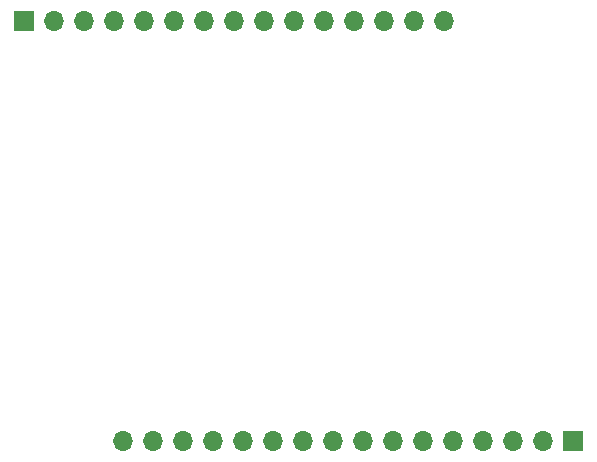
<source format=gbr>
%TF.GenerationSoftware,KiCad,Pcbnew,(6.0.0-0)*%
%TF.CreationDate,2022-08-18T21:47:31-04:00*%
%TF.ProjectId,CPU-Microcode-EEPROMs,4350552d-4d69-4637-926f-636f64652d45,rev?*%
%TF.SameCoordinates,Original*%
%TF.FileFunction,Soldermask,Bot*%
%TF.FilePolarity,Negative*%
%FSLAX46Y46*%
G04 Gerber Fmt 4.6, Leading zero omitted, Abs format (unit mm)*
G04 Created by KiCad (PCBNEW (6.0.0-0)) date 2022-08-18 21:47:31*
%MOMM*%
%LPD*%
G01*
G04 APERTURE LIST*
%ADD10R,1.700000X1.700000*%
%ADD11O,1.700000X1.700000*%
G04 APERTURE END LIST*
D10*
%TO.C,J2*%
X115570000Y-112776000D03*
D11*
X113030000Y-112776000D03*
X110490000Y-112776000D03*
X107950000Y-112776000D03*
X105410000Y-112776000D03*
X102870000Y-112776000D03*
X100330000Y-112776000D03*
X97790000Y-112776000D03*
X95250000Y-112776000D03*
X92710000Y-112776000D03*
X90170000Y-112776000D03*
X87630000Y-112776000D03*
X85090000Y-112776000D03*
X82550000Y-112776000D03*
X80010000Y-112776000D03*
X77470000Y-112776000D03*
%TD*%
D10*
%TO.C,J1*%
X69088000Y-77216000D03*
D11*
X71628000Y-77216000D03*
X74168000Y-77216000D03*
X76708000Y-77216000D03*
X79248000Y-77216000D03*
X81788000Y-77216000D03*
X84328000Y-77216000D03*
X86868000Y-77216000D03*
X89408000Y-77216000D03*
X91948000Y-77216000D03*
X94488000Y-77216000D03*
X97028000Y-77216000D03*
X99568000Y-77216000D03*
X102108000Y-77216000D03*
X104648000Y-77216000D03*
%TD*%
M02*

</source>
